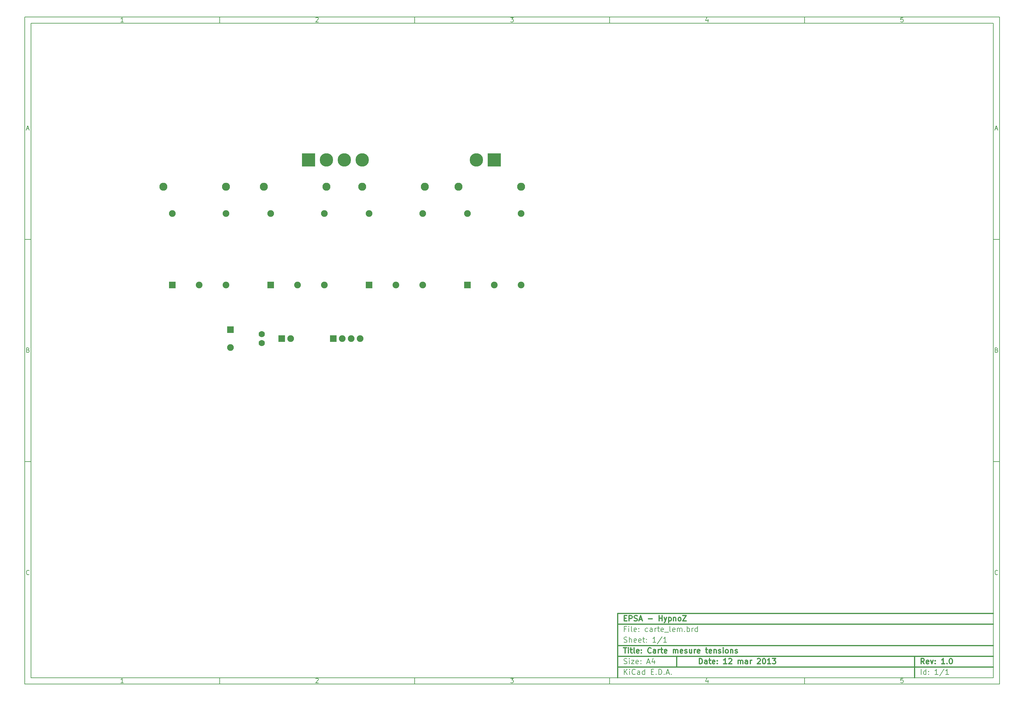
<source format=gtl>
G04 (created by PCBNEW-RS274X (2012-01-19 BZR 3256)-stable) date 12/03/2013 15:31:54*
G01*
G70*
G90*
%MOIN*%
G04 Gerber Fmt 3.4, Leading zero omitted, Abs format*
%FSLAX34Y34*%
G04 APERTURE LIST*
%ADD10C,0.006000*%
%ADD11C,0.012000*%
%ADD12R,0.075000X0.075000*%
%ADD13C,0.075000*%
%ADD14C,0.070000*%
%ADD15R,0.150000X0.150000*%
%ADD16C,0.150000*%
%ADD17C,0.090000*%
G04 APERTURE END LIST*
G54D10*
X04000Y-04000D02*
X113000Y-04000D01*
X113000Y-78670D01*
X04000Y-78670D01*
X04000Y-04000D01*
X04700Y-04700D02*
X112300Y-04700D01*
X112300Y-77970D01*
X04700Y-77970D01*
X04700Y-04700D01*
X25800Y-04000D02*
X25800Y-04700D01*
X15043Y-04552D02*
X14757Y-04552D01*
X14900Y-04552D02*
X14900Y-04052D01*
X14852Y-04124D01*
X14805Y-04171D01*
X14757Y-04195D01*
X25800Y-78670D02*
X25800Y-77970D01*
X15043Y-78522D02*
X14757Y-78522D01*
X14900Y-78522D02*
X14900Y-78022D01*
X14852Y-78094D01*
X14805Y-78141D01*
X14757Y-78165D01*
X47600Y-04000D02*
X47600Y-04700D01*
X36557Y-04100D02*
X36581Y-04076D01*
X36629Y-04052D01*
X36748Y-04052D01*
X36795Y-04076D01*
X36819Y-04100D01*
X36843Y-04148D01*
X36843Y-04195D01*
X36819Y-04267D01*
X36533Y-04552D01*
X36843Y-04552D01*
X47600Y-78670D02*
X47600Y-77970D01*
X36557Y-78070D02*
X36581Y-78046D01*
X36629Y-78022D01*
X36748Y-78022D01*
X36795Y-78046D01*
X36819Y-78070D01*
X36843Y-78118D01*
X36843Y-78165D01*
X36819Y-78237D01*
X36533Y-78522D01*
X36843Y-78522D01*
X69400Y-04000D02*
X69400Y-04700D01*
X58333Y-04052D02*
X58643Y-04052D01*
X58476Y-04243D01*
X58548Y-04243D01*
X58595Y-04267D01*
X58619Y-04290D01*
X58643Y-04338D01*
X58643Y-04457D01*
X58619Y-04505D01*
X58595Y-04529D01*
X58548Y-04552D01*
X58405Y-04552D01*
X58357Y-04529D01*
X58333Y-04505D01*
X69400Y-78670D02*
X69400Y-77970D01*
X58333Y-78022D02*
X58643Y-78022D01*
X58476Y-78213D01*
X58548Y-78213D01*
X58595Y-78237D01*
X58619Y-78260D01*
X58643Y-78308D01*
X58643Y-78427D01*
X58619Y-78475D01*
X58595Y-78499D01*
X58548Y-78522D01*
X58405Y-78522D01*
X58357Y-78499D01*
X58333Y-78475D01*
X91200Y-04000D02*
X91200Y-04700D01*
X80395Y-04219D02*
X80395Y-04552D01*
X80276Y-04029D02*
X80157Y-04386D01*
X80467Y-04386D01*
X91200Y-78670D02*
X91200Y-77970D01*
X80395Y-78189D02*
X80395Y-78522D01*
X80276Y-77999D02*
X80157Y-78356D01*
X80467Y-78356D01*
X102219Y-04052D02*
X101981Y-04052D01*
X101957Y-04290D01*
X101981Y-04267D01*
X102029Y-04243D01*
X102148Y-04243D01*
X102195Y-04267D01*
X102219Y-04290D01*
X102243Y-04338D01*
X102243Y-04457D01*
X102219Y-04505D01*
X102195Y-04529D01*
X102148Y-04552D01*
X102029Y-04552D01*
X101981Y-04529D01*
X101957Y-04505D01*
X102219Y-78022D02*
X101981Y-78022D01*
X101957Y-78260D01*
X101981Y-78237D01*
X102029Y-78213D01*
X102148Y-78213D01*
X102195Y-78237D01*
X102219Y-78260D01*
X102243Y-78308D01*
X102243Y-78427D01*
X102219Y-78475D01*
X102195Y-78499D01*
X102148Y-78522D01*
X102029Y-78522D01*
X101981Y-78499D01*
X101957Y-78475D01*
X04000Y-28890D02*
X04700Y-28890D01*
X04231Y-16510D02*
X04469Y-16510D01*
X04184Y-16652D02*
X04350Y-16152D01*
X04517Y-16652D01*
X113000Y-28890D02*
X112300Y-28890D01*
X112531Y-16510D02*
X112769Y-16510D01*
X112484Y-16652D02*
X112650Y-16152D01*
X112817Y-16652D01*
X04000Y-53780D02*
X04700Y-53780D01*
X04386Y-41280D02*
X04457Y-41304D01*
X04481Y-41328D01*
X04505Y-41376D01*
X04505Y-41447D01*
X04481Y-41495D01*
X04457Y-41519D01*
X04410Y-41542D01*
X04219Y-41542D01*
X04219Y-41042D01*
X04386Y-41042D01*
X04433Y-41066D01*
X04457Y-41090D01*
X04481Y-41138D01*
X04481Y-41185D01*
X04457Y-41233D01*
X04433Y-41257D01*
X04386Y-41280D01*
X04219Y-41280D01*
X113000Y-53780D02*
X112300Y-53780D01*
X112686Y-41280D02*
X112757Y-41304D01*
X112781Y-41328D01*
X112805Y-41376D01*
X112805Y-41447D01*
X112781Y-41495D01*
X112757Y-41519D01*
X112710Y-41542D01*
X112519Y-41542D01*
X112519Y-41042D01*
X112686Y-41042D01*
X112733Y-41066D01*
X112757Y-41090D01*
X112781Y-41138D01*
X112781Y-41185D01*
X112757Y-41233D01*
X112733Y-41257D01*
X112686Y-41280D01*
X112519Y-41280D01*
X04505Y-66385D02*
X04481Y-66409D01*
X04410Y-66432D01*
X04362Y-66432D01*
X04290Y-66409D01*
X04243Y-66361D01*
X04219Y-66313D01*
X04195Y-66218D01*
X04195Y-66147D01*
X04219Y-66051D01*
X04243Y-66004D01*
X04290Y-65956D01*
X04362Y-65932D01*
X04410Y-65932D01*
X04481Y-65956D01*
X04505Y-65980D01*
X112805Y-66385D02*
X112781Y-66409D01*
X112710Y-66432D01*
X112662Y-66432D01*
X112590Y-66409D01*
X112543Y-66361D01*
X112519Y-66313D01*
X112495Y-66218D01*
X112495Y-66147D01*
X112519Y-66051D01*
X112543Y-66004D01*
X112590Y-65956D01*
X112662Y-65932D01*
X112710Y-65932D01*
X112781Y-65956D01*
X112805Y-65980D01*
G54D11*
X79443Y-76413D02*
X79443Y-75813D01*
X79586Y-75813D01*
X79671Y-75841D01*
X79729Y-75899D01*
X79757Y-75956D01*
X79786Y-76070D01*
X79786Y-76156D01*
X79757Y-76270D01*
X79729Y-76327D01*
X79671Y-76384D01*
X79586Y-76413D01*
X79443Y-76413D01*
X80300Y-76413D02*
X80300Y-76099D01*
X80271Y-76041D01*
X80214Y-76013D01*
X80100Y-76013D01*
X80043Y-76041D01*
X80300Y-76384D02*
X80243Y-76413D01*
X80100Y-76413D01*
X80043Y-76384D01*
X80014Y-76327D01*
X80014Y-76270D01*
X80043Y-76213D01*
X80100Y-76184D01*
X80243Y-76184D01*
X80300Y-76156D01*
X80500Y-76013D02*
X80729Y-76013D01*
X80586Y-75813D02*
X80586Y-76327D01*
X80614Y-76384D01*
X80672Y-76413D01*
X80729Y-76413D01*
X81157Y-76384D02*
X81100Y-76413D01*
X80986Y-76413D01*
X80929Y-76384D01*
X80900Y-76327D01*
X80900Y-76099D01*
X80929Y-76041D01*
X80986Y-76013D01*
X81100Y-76013D01*
X81157Y-76041D01*
X81186Y-76099D01*
X81186Y-76156D01*
X80900Y-76213D01*
X81443Y-76356D02*
X81471Y-76384D01*
X81443Y-76413D01*
X81414Y-76384D01*
X81443Y-76356D01*
X81443Y-76413D01*
X81443Y-76041D02*
X81471Y-76070D01*
X81443Y-76099D01*
X81414Y-76070D01*
X81443Y-76041D01*
X81443Y-76099D01*
X82500Y-76413D02*
X82157Y-76413D01*
X82329Y-76413D02*
X82329Y-75813D01*
X82272Y-75899D01*
X82214Y-75956D01*
X82157Y-75984D01*
X82728Y-75870D02*
X82757Y-75841D01*
X82814Y-75813D01*
X82957Y-75813D01*
X83014Y-75841D01*
X83043Y-75870D01*
X83071Y-75927D01*
X83071Y-75984D01*
X83043Y-76070D01*
X82700Y-76413D01*
X83071Y-76413D01*
X83785Y-76413D02*
X83785Y-76013D01*
X83785Y-76070D02*
X83813Y-76041D01*
X83871Y-76013D01*
X83956Y-76013D01*
X84013Y-76041D01*
X84042Y-76099D01*
X84042Y-76413D01*
X84042Y-76099D02*
X84071Y-76041D01*
X84128Y-76013D01*
X84213Y-76013D01*
X84271Y-76041D01*
X84299Y-76099D01*
X84299Y-76413D01*
X84842Y-76413D02*
X84842Y-76099D01*
X84813Y-76041D01*
X84756Y-76013D01*
X84642Y-76013D01*
X84585Y-76041D01*
X84842Y-76384D02*
X84785Y-76413D01*
X84642Y-76413D01*
X84585Y-76384D01*
X84556Y-76327D01*
X84556Y-76270D01*
X84585Y-76213D01*
X84642Y-76184D01*
X84785Y-76184D01*
X84842Y-76156D01*
X85128Y-76413D02*
X85128Y-76013D01*
X85128Y-76127D02*
X85156Y-76070D01*
X85185Y-76041D01*
X85242Y-76013D01*
X85299Y-76013D01*
X85927Y-75870D02*
X85956Y-75841D01*
X86013Y-75813D01*
X86156Y-75813D01*
X86213Y-75841D01*
X86242Y-75870D01*
X86270Y-75927D01*
X86270Y-75984D01*
X86242Y-76070D01*
X85899Y-76413D01*
X86270Y-76413D01*
X86641Y-75813D02*
X86698Y-75813D01*
X86755Y-75841D01*
X86784Y-75870D01*
X86813Y-75927D01*
X86841Y-76041D01*
X86841Y-76184D01*
X86813Y-76299D01*
X86784Y-76356D01*
X86755Y-76384D01*
X86698Y-76413D01*
X86641Y-76413D01*
X86584Y-76384D01*
X86555Y-76356D01*
X86527Y-76299D01*
X86498Y-76184D01*
X86498Y-76041D01*
X86527Y-75927D01*
X86555Y-75870D01*
X86584Y-75841D01*
X86641Y-75813D01*
X87412Y-76413D02*
X87069Y-76413D01*
X87241Y-76413D02*
X87241Y-75813D01*
X87184Y-75899D01*
X87126Y-75956D01*
X87069Y-75984D01*
X87612Y-75813D02*
X87983Y-75813D01*
X87783Y-76041D01*
X87869Y-76041D01*
X87926Y-76070D01*
X87955Y-76099D01*
X87983Y-76156D01*
X87983Y-76299D01*
X87955Y-76356D01*
X87926Y-76384D01*
X87869Y-76413D01*
X87697Y-76413D01*
X87640Y-76384D01*
X87612Y-76356D01*
G54D10*
X71043Y-77613D02*
X71043Y-77013D01*
X71386Y-77613D02*
X71129Y-77270D01*
X71386Y-77013D02*
X71043Y-77356D01*
X71643Y-77613D02*
X71643Y-77213D01*
X71643Y-77013D02*
X71614Y-77041D01*
X71643Y-77070D01*
X71671Y-77041D01*
X71643Y-77013D01*
X71643Y-77070D01*
X72272Y-77556D02*
X72243Y-77584D01*
X72157Y-77613D01*
X72100Y-77613D01*
X72015Y-77584D01*
X71957Y-77527D01*
X71929Y-77470D01*
X71900Y-77356D01*
X71900Y-77270D01*
X71929Y-77156D01*
X71957Y-77099D01*
X72015Y-77041D01*
X72100Y-77013D01*
X72157Y-77013D01*
X72243Y-77041D01*
X72272Y-77070D01*
X72786Y-77613D02*
X72786Y-77299D01*
X72757Y-77241D01*
X72700Y-77213D01*
X72586Y-77213D01*
X72529Y-77241D01*
X72786Y-77584D02*
X72729Y-77613D01*
X72586Y-77613D01*
X72529Y-77584D01*
X72500Y-77527D01*
X72500Y-77470D01*
X72529Y-77413D01*
X72586Y-77384D01*
X72729Y-77384D01*
X72786Y-77356D01*
X73329Y-77613D02*
X73329Y-77013D01*
X73329Y-77584D02*
X73272Y-77613D01*
X73158Y-77613D01*
X73100Y-77584D01*
X73072Y-77556D01*
X73043Y-77499D01*
X73043Y-77327D01*
X73072Y-77270D01*
X73100Y-77241D01*
X73158Y-77213D01*
X73272Y-77213D01*
X73329Y-77241D01*
X74072Y-77299D02*
X74272Y-77299D01*
X74358Y-77613D02*
X74072Y-77613D01*
X74072Y-77013D01*
X74358Y-77013D01*
X74615Y-77556D02*
X74643Y-77584D01*
X74615Y-77613D01*
X74586Y-77584D01*
X74615Y-77556D01*
X74615Y-77613D01*
X74901Y-77613D02*
X74901Y-77013D01*
X75044Y-77013D01*
X75129Y-77041D01*
X75187Y-77099D01*
X75215Y-77156D01*
X75244Y-77270D01*
X75244Y-77356D01*
X75215Y-77470D01*
X75187Y-77527D01*
X75129Y-77584D01*
X75044Y-77613D01*
X74901Y-77613D01*
X75501Y-77556D02*
X75529Y-77584D01*
X75501Y-77613D01*
X75472Y-77584D01*
X75501Y-77556D01*
X75501Y-77613D01*
X75758Y-77441D02*
X76044Y-77441D01*
X75701Y-77613D02*
X75901Y-77013D01*
X76101Y-77613D01*
X76301Y-77556D02*
X76329Y-77584D01*
X76301Y-77613D01*
X76272Y-77584D01*
X76301Y-77556D01*
X76301Y-77613D01*
G54D11*
X104586Y-76413D02*
X104386Y-76127D01*
X104243Y-76413D02*
X104243Y-75813D01*
X104471Y-75813D01*
X104529Y-75841D01*
X104557Y-75870D01*
X104586Y-75927D01*
X104586Y-76013D01*
X104557Y-76070D01*
X104529Y-76099D01*
X104471Y-76127D01*
X104243Y-76127D01*
X105071Y-76384D02*
X105014Y-76413D01*
X104900Y-76413D01*
X104843Y-76384D01*
X104814Y-76327D01*
X104814Y-76099D01*
X104843Y-76041D01*
X104900Y-76013D01*
X105014Y-76013D01*
X105071Y-76041D01*
X105100Y-76099D01*
X105100Y-76156D01*
X104814Y-76213D01*
X105300Y-76013D02*
X105443Y-76413D01*
X105585Y-76013D01*
X105814Y-76356D02*
X105842Y-76384D01*
X105814Y-76413D01*
X105785Y-76384D01*
X105814Y-76356D01*
X105814Y-76413D01*
X105814Y-76041D02*
X105842Y-76070D01*
X105814Y-76099D01*
X105785Y-76070D01*
X105814Y-76041D01*
X105814Y-76099D01*
X106871Y-76413D02*
X106528Y-76413D01*
X106700Y-76413D02*
X106700Y-75813D01*
X106643Y-75899D01*
X106585Y-75956D01*
X106528Y-75984D01*
X107128Y-76356D02*
X107156Y-76384D01*
X107128Y-76413D01*
X107099Y-76384D01*
X107128Y-76356D01*
X107128Y-76413D01*
X107528Y-75813D02*
X107585Y-75813D01*
X107642Y-75841D01*
X107671Y-75870D01*
X107700Y-75927D01*
X107728Y-76041D01*
X107728Y-76184D01*
X107700Y-76299D01*
X107671Y-76356D01*
X107642Y-76384D01*
X107585Y-76413D01*
X107528Y-76413D01*
X107471Y-76384D01*
X107442Y-76356D01*
X107414Y-76299D01*
X107385Y-76184D01*
X107385Y-76041D01*
X107414Y-75927D01*
X107442Y-75870D01*
X107471Y-75841D01*
X107528Y-75813D01*
G54D10*
X71014Y-76384D02*
X71100Y-76413D01*
X71243Y-76413D01*
X71300Y-76384D01*
X71329Y-76356D01*
X71357Y-76299D01*
X71357Y-76241D01*
X71329Y-76184D01*
X71300Y-76156D01*
X71243Y-76127D01*
X71129Y-76099D01*
X71071Y-76070D01*
X71043Y-76041D01*
X71014Y-75984D01*
X71014Y-75927D01*
X71043Y-75870D01*
X71071Y-75841D01*
X71129Y-75813D01*
X71271Y-75813D01*
X71357Y-75841D01*
X71614Y-76413D02*
X71614Y-76013D01*
X71614Y-75813D02*
X71585Y-75841D01*
X71614Y-75870D01*
X71642Y-75841D01*
X71614Y-75813D01*
X71614Y-75870D01*
X71843Y-76013D02*
X72157Y-76013D01*
X71843Y-76413D01*
X72157Y-76413D01*
X72614Y-76384D02*
X72557Y-76413D01*
X72443Y-76413D01*
X72386Y-76384D01*
X72357Y-76327D01*
X72357Y-76099D01*
X72386Y-76041D01*
X72443Y-76013D01*
X72557Y-76013D01*
X72614Y-76041D01*
X72643Y-76099D01*
X72643Y-76156D01*
X72357Y-76213D01*
X72900Y-76356D02*
X72928Y-76384D01*
X72900Y-76413D01*
X72871Y-76384D01*
X72900Y-76356D01*
X72900Y-76413D01*
X72900Y-76041D02*
X72928Y-76070D01*
X72900Y-76099D01*
X72871Y-76070D01*
X72900Y-76041D01*
X72900Y-76099D01*
X73614Y-76241D02*
X73900Y-76241D01*
X73557Y-76413D02*
X73757Y-75813D01*
X73957Y-76413D01*
X74414Y-76013D02*
X74414Y-76413D01*
X74271Y-75784D02*
X74128Y-76213D01*
X74500Y-76213D01*
X104243Y-77613D02*
X104243Y-77013D01*
X104786Y-77613D02*
X104786Y-77013D01*
X104786Y-77584D02*
X104729Y-77613D01*
X104615Y-77613D01*
X104557Y-77584D01*
X104529Y-77556D01*
X104500Y-77499D01*
X104500Y-77327D01*
X104529Y-77270D01*
X104557Y-77241D01*
X104615Y-77213D01*
X104729Y-77213D01*
X104786Y-77241D01*
X105072Y-77556D02*
X105100Y-77584D01*
X105072Y-77613D01*
X105043Y-77584D01*
X105072Y-77556D01*
X105072Y-77613D01*
X105072Y-77241D02*
X105100Y-77270D01*
X105072Y-77299D01*
X105043Y-77270D01*
X105072Y-77241D01*
X105072Y-77299D01*
X106129Y-77613D02*
X105786Y-77613D01*
X105958Y-77613D02*
X105958Y-77013D01*
X105901Y-77099D01*
X105843Y-77156D01*
X105786Y-77184D01*
X106814Y-76984D02*
X106300Y-77756D01*
X107329Y-77613D02*
X106986Y-77613D01*
X107158Y-77613D02*
X107158Y-77013D01*
X107101Y-77099D01*
X107043Y-77156D01*
X106986Y-77184D01*
G54D11*
X70957Y-74613D02*
X71300Y-74613D01*
X71129Y-75213D02*
X71129Y-74613D01*
X71500Y-75213D02*
X71500Y-74813D01*
X71500Y-74613D02*
X71471Y-74641D01*
X71500Y-74670D01*
X71528Y-74641D01*
X71500Y-74613D01*
X71500Y-74670D01*
X71700Y-74813D02*
X71929Y-74813D01*
X71786Y-74613D02*
X71786Y-75127D01*
X71814Y-75184D01*
X71872Y-75213D01*
X71929Y-75213D01*
X72215Y-75213D02*
X72157Y-75184D01*
X72129Y-75127D01*
X72129Y-74613D01*
X72671Y-75184D02*
X72614Y-75213D01*
X72500Y-75213D01*
X72443Y-75184D01*
X72414Y-75127D01*
X72414Y-74899D01*
X72443Y-74841D01*
X72500Y-74813D01*
X72614Y-74813D01*
X72671Y-74841D01*
X72700Y-74899D01*
X72700Y-74956D01*
X72414Y-75013D01*
X72957Y-75156D02*
X72985Y-75184D01*
X72957Y-75213D01*
X72928Y-75184D01*
X72957Y-75156D01*
X72957Y-75213D01*
X72957Y-74841D02*
X72985Y-74870D01*
X72957Y-74899D01*
X72928Y-74870D01*
X72957Y-74841D01*
X72957Y-74899D01*
X74043Y-75156D02*
X74014Y-75184D01*
X73928Y-75213D01*
X73871Y-75213D01*
X73786Y-75184D01*
X73728Y-75127D01*
X73700Y-75070D01*
X73671Y-74956D01*
X73671Y-74870D01*
X73700Y-74756D01*
X73728Y-74699D01*
X73786Y-74641D01*
X73871Y-74613D01*
X73928Y-74613D01*
X74014Y-74641D01*
X74043Y-74670D01*
X74557Y-75213D02*
X74557Y-74899D01*
X74528Y-74841D01*
X74471Y-74813D01*
X74357Y-74813D01*
X74300Y-74841D01*
X74557Y-75184D02*
X74500Y-75213D01*
X74357Y-75213D01*
X74300Y-75184D01*
X74271Y-75127D01*
X74271Y-75070D01*
X74300Y-75013D01*
X74357Y-74984D01*
X74500Y-74984D01*
X74557Y-74956D01*
X74843Y-75213D02*
X74843Y-74813D01*
X74843Y-74927D02*
X74871Y-74870D01*
X74900Y-74841D01*
X74957Y-74813D01*
X75014Y-74813D01*
X75128Y-74813D02*
X75357Y-74813D01*
X75214Y-74613D02*
X75214Y-75127D01*
X75242Y-75184D01*
X75300Y-75213D01*
X75357Y-75213D01*
X75785Y-75184D02*
X75728Y-75213D01*
X75614Y-75213D01*
X75557Y-75184D01*
X75528Y-75127D01*
X75528Y-74899D01*
X75557Y-74841D01*
X75614Y-74813D01*
X75728Y-74813D01*
X75785Y-74841D01*
X75814Y-74899D01*
X75814Y-74956D01*
X75528Y-75013D01*
X76528Y-75213D02*
X76528Y-74813D01*
X76528Y-74870D02*
X76556Y-74841D01*
X76614Y-74813D01*
X76699Y-74813D01*
X76756Y-74841D01*
X76785Y-74899D01*
X76785Y-75213D01*
X76785Y-74899D02*
X76814Y-74841D01*
X76871Y-74813D01*
X76956Y-74813D01*
X77014Y-74841D01*
X77042Y-74899D01*
X77042Y-75213D01*
X77556Y-75184D02*
X77499Y-75213D01*
X77385Y-75213D01*
X77328Y-75184D01*
X77299Y-75127D01*
X77299Y-74899D01*
X77328Y-74841D01*
X77385Y-74813D01*
X77499Y-74813D01*
X77556Y-74841D01*
X77585Y-74899D01*
X77585Y-74956D01*
X77299Y-75013D01*
X77813Y-75184D02*
X77870Y-75213D01*
X77985Y-75213D01*
X78042Y-75184D01*
X78070Y-75127D01*
X78070Y-75099D01*
X78042Y-75041D01*
X77985Y-75013D01*
X77899Y-75013D01*
X77842Y-74984D01*
X77813Y-74927D01*
X77813Y-74899D01*
X77842Y-74841D01*
X77899Y-74813D01*
X77985Y-74813D01*
X78042Y-74841D01*
X78585Y-74813D02*
X78585Y-75213D01*
X78328Y-74813D02*
X78328Y-75127D01*
X78356Y-75184D01*
X78414Y-75213D01*
X78499Y-75213D01*
X78556Y-75184D01*
X78585Y-75156D01*
X78871Y-75213D02*
X78871Y-74813D01*
X78871Y-74927D02*
X78899Y-74870D01*
X78928Y-74841D01*
X78985Y-74813D01*
X79042Y-74813D01*
X79470Y-75184D02*
X79413Y-75213D01*
X79299Y-75213D01*
X79242Y-75184D01*
X79213Y-75127D01*
X79213Y-74899D01*
X79242Y-74841D01*
X79299Y-74813D01*
X79413Y-74813D01*
X79470Y-74841D01*
X79499Y-74899D01*
X79499Y-74956D01*
X79213Y-75013D01*
X80127Y-74813D02*
X80356Y-74813D01*
X80213Y-74613D02*
X80213Y-75127D01*
X80241Y-75184D01*
X80299Y-75213D01*
X80356Y-75213D01*
X80784Y-75184D02*
X80727Y-75213D01*
X80613Y-75213D01*
X80556Y-75184D01*
X80527Y-75127D01*
X80527Y-74899D01*
X80556Y-74841D01*
X80613Y-74813D01*
X80727Y-74813D01*
X80784Y-74841D01*
X80813Y-74899D01*
X80813Y-74956D01*
X80527Y-75013D01*
X81070Y-74813D02*
X81070Y-75213D01*
X81070Y-74870D02*
X81098Y-74841D01*
X81156Y-74813D01*
X81241Y-74813D01*
X81298Y-74841D01*
X81327Y-74899D01*
X81327Y-75213D01*
X81584Y-75184D02*
X81641Y-75213D01*
X81756Y-75213D01*
X81813Y-75184D01*
X81841Y-75127D01*
X81841Y-75099D01*
X81813Y-75041D01*
X81756Y-75013D01*
X81670Y-75013D01*
X81613Y-74984D01*
X81584Y-74927D01*
X81584Y-74899D01*
X81613Y-74841D01*
X81670Y-74813D01*
X81756Y-74813D01*
X81813Y-74841D01*
X82099Y-75213D02*
X82099Y-74813D01*
X82099Y-74613D02*
X82070Y-74641D01*
X82099Y-74670D01*
X82127Y-74641D01*
X82099Y-74613D01*
X82099Y-74670D01*
X82471Y-75213D02*
X82413Y-75184D01*
X82385Y-75156D01*
X82356Y-75099D01*
X82356Y-74927D01*
X82385Y-74870D01*
X82413Y-74841D01*
X82471Y-74813D01*
X82556Y-74813D01*
X82613Y-74841D01*
X82642Y-74870D01*
X82671Y-74927D01*
X82671Y-75099D01*
X82642Y-75156D01*
X82613Y-75184D01*
X82556Y-75213D01*
X82471Y-75213D01*
X82928Y-74813D02*
X82928Y-75213D01*
X82928Y-74870D02*
X82956Y-74841D01*
X83014Y-74813D01*
X83099Y-74813D01*
X83156Y-74841D01*
X83185Y-74899D01*
X83185Y-75213D01*
X83442Y-75184D02*
X83499Y-75213D01*
X83614Y-75213D01*
X83671Y-75184D01*
X83699Y-75127D01*
X83699Y-75099D01*
X83671Y-75041D01*
X83614Y-75013D01*
X83528Y-75013D01*
X83471Y-74984D01*
X83442Y-74927D01*
X83442Y-74899D01*
X83471Y-74841D01*
X83528Y-74813D01*
X83614Y-74813D01*
X83671Y-74841D01*
G54D10*
X71243Y-72499D02*
X71043Y-72499D01*
X71043Y-72813D02*
X71043Y-72213D01*
X71329Y-72213D01*
X71557Y-72813D02*
X71557Y-72413D01*
X71557Y-72213D02*
X71528Y-72241D01*
X71557Y-72270D01*
X71585Y-72241D01*
X71557Y-72213D01*
X71557Y-72270D01*
X71929Y-72813D02*
X71871Y-72784D01*
X71843Y-72727D01*
X71843Y-72213D01*
X72385Y-72784D02*
X72328Y-72813D01*
X72214Y-72813D01*
X72157Y-72784D01*
X72128Y-72727D01*
X72128Y-72499D01*
X72157Y-72441D01*
X72214Y-72413D01*
X72328Y-72413D01*
X72385Y-72441D01*
X72414Y-72499D01*
X72414Y-72556D01*
X72128Y-72613D01*
X72671Y-72756D02*
X72699Y-72784D01*
X72671Y-72813D01*
X72642Y-72784D01*
X72671Y-72756D01*
X72671Y-72813D01*
X72671Y-72441D02*
X72699Y-72470D01*
X72671Y-72499D01*
X72642Y-72470D01*
X72671Y-72441D01*
X72671Y-72499D01*
X73671Y-72784D02*
X73614Y-72813D01*
X73500Y-72813D01*
X73442Y-72784D01*
X73414Y-72756D01*
X73385Y-72699D01*
X73385Y-72527D01*
X73414Y-72470D01*
X73442Y-72441D01*
X73500Y-72413D01*
X73614Y-72413D01*
X73671Y-72441D01*
X74185Y-72813D02*
X74185Y-72499D01*
X74156Y-72441D01*
X74099Y-72413D01*
X73985Y-72413D01*
X73928Y-72441D01*
X74185Y-72784D02*
X74128Y-72813D01*
X73985Y-72813D01*
X73928Y-72784D01*
X73899Y-72727D01*
X73899Y-72670D01*
X73928Y-72613D01*
X73985Y-72584D01*
X74128Y-72584D01*
X74185Y-72556D01*
X74471Y-72813D02*
X74471Y-72413D01*
X74471Y-72527D02*
X74499Y-72470D01*
X74528Y-72441D01*
X74585Y-72413D01*
X74642Y-72413D01*
X74756Y-72413D02*
X74985Y-72413D01*
X74842Y-72213D02*
X74842Y-72727D01*
X74870Y-72784D01*
X74928Y-72813D01*
X74985Y-72813D01*
X75413Y-72784D02*
X75356Y-72813D01*
X75242Y-72813D01*
X75185Y-72784D01*
X75156Y-72727D01*
X75156Y-72499D01*
X75185Y-72441D01*
X75242Y-72413D01*
X75356Y-72413D01*
X75413Y-72441D01*
X75442Y-72499D01*
X75442Y-72556D01*
X75156Y-72613D01*
X75556Y-72870D02*
X76013Y-72870D01*
X76242Y-72813D02*
X76184Y-72784D01*
X76156Y-72727D01*
X76156Y-72213D01*
X76698Y-72784D02*
X76641Y-72813D01*
X76527Y-72813D01*
X76470Y-72784D01*
X76441Y-72727D01*
X76441Y-72499D01*
X76470Y-72441D01*
X76527Y-72413D01*
X76641Y-72413D01*
X76698Y-72441D01*
X76727Y-72499D01*
X76727Y-72556D01*
X76441Y-72613D01*
X76984Y-72813D02*
X76984Y-72413D01*
X76984Y-72470D02*
X77012Y-72441D01*
X77070Y-72413D01*
X77155Y-72413D01*
X77212Y-72441D01*
X77241Y-72499D01*
X77241Y-72813D01*
X77241Y-72499D02*
X77270Y-72441D01*
X77327Y-72413D01*
X77412Y-72413D01*
X77470Y-72441D01*
X77498Y-72499D01*
X77498Y-72813D01*
X77784Y-72756D02*
X77812Y-72784D01*
X77784Y-72813D01*
X77755Y-72784D01*
X77784Y-72756D01*
X77784Y-72813D01*
X78070Y-72813D02*
X78070Y-72213D01*
X78070Y-72441D02*
X78127Y-72413D01*
X78241Y-72413D01*
X78298Y-72441D01*
X78327Y-72470D01*
X78356Y-72527D01*
X78356Y-72699D01*
X78327Y-72756D01*
X78298Y-72784D01*
X78241Y-72813D01*
X78127Y-72813D01*
X78070Y-72784D01*
X78613Y-72813D02*
X78613Y-72413D01*
X78613Y-72527D02*
X78641Y-72470D01*
X78670Y-72441D01*
X78727Y-72413D01*
X78784Y-72413D01*
X79241Y-72813D02*
X79241Y-72213D01*
X79241Y-72784D02*
X79184Y-72813D01*
X79070Y-72813D01*
X79012Y-72784D01*
X78984Y-72756D01*
X78955Y-72699D01*
X78955Y-72527D01*
X78984Y-72470D01*
X79012Y-72441D01*
X79070Y-72413D01*
X79184Y-72413D01*
X79241Y-72441D01*
X71014Y-73984D02*
X71100Y-74013D01*
X71243Y-74013D01*
X71300Y-73984D01*
X71329Y-73956D01*
X71357Y-73899D01*
X71357Y-73841D01*
X71329Y-73784D01*
X71300Y-73756D01*
X71243Y-73727D01*
X71129Y-73699D01*
X71071Y-73670D01*
X71043Y-73641D01*
X71014Y-73584D01*
X71014Y-73527D01*
X71043Y-73470D01*
X71071Y-73441D01*
X71129Y-73413D01*
X71271Y-73413D01*
X71357Y-73441D01*
X71614Y-74013D02*
X71614Y-73413D01*
X71871Y-74013D02*
X71871Y-73699D01*
X71842Y-73641D01*
X71785Y-73613D01*
X71700Y-73613D01*
X71642Y-73641D01*
X71614Y-73670D01*
X72385Y-73984D02*
X72328Y-74013D01*
X72214Y-74013D01*
X72157Y-73984D01*
X72128Y-73927D01*
X72128Y-73699D01*
X72157Y-73641D01*
X72214Y-73613D01*
X72328Y-73613D01*
X72385Y-73641D01*
X72414Y-73699D01*
X72414Y-73756D01*
X72128Y-73813D01*
X72899Y-73984D02*
X72842Y-74013D01*
X72728Y-74013D01*
X72671Y-73984D01*
X72642Y-73927D01*
X72642Y-73699D01*
X72671Y-73641D01*
X72728Y-73613D01*
X72842Y-73613D01*
X72899Y-73641D01*
X72928Y-73699D01*
X72928Y-73756D01*
X72642Y-73813D01*
X73099Y-73613D02*
X73328Y-73613D01*
X73185Y-73413D02*
X73185Y-73927D01*
X73213Y-73984D01*
X73271Y-74013D01*
X73328Y-74013D01*
X73528Y-73956D02*
X73556Y-73984D01*
X73528Y-74013D01*
X73499Y-73984D01*
X73528Y-73956D01*
X73528Y-74013D01*
X73528Y-73641D02*
X73556Y-73670D01*
X73528Y-73699D01*
X73499Y-73670D01*
X73528Y-73641D01*
X73528Y-73699D01*
X74585Y-74013D02*
X74242Y-74013D01*
X74414Y-74013D02*
X74414Y-73413D01*
X74357Y-73499D01*
X74299Y-73556D01*
X74242Y-73584D01*
X75270Y-73384D02*
X74756Y-74156D01*
X75785Y-74013D02*
X75442Y-74013D01*
X75614Y-74013D02*
X75614Y-73413D01*
X75557Y-73499D01*
X75499Y-73556D01*
X75442Y-73584D01*
G54D11*
X71043Y-71299D02*
X71243Y-71299D01*
X71329Y-71613D02*
X71043Y-71613D01*
X71043Y-71013D01*
X71329Y-71013D01*
X71586Y-71613D02*
X71586Y-71013D01*
X71814Y-71013D01*
X71872Y-71041D01*
X71900Y-71070D01*
X71929Y-71127D01*
X71929Y-71213D01*
X71900Y-71270D01*
X71872Y-71299D01*
X71814Y-71327D01*
X71586Y-71327D01*
X72157Y-71584D02*
X72243Y-71613D01*
X72386Y-71613D01*
X72443Y-71584D01*
X72472Y-71556D01*
X72500Y-71499D01*
X72500Y-71441D01*
X72472Y-71384D01*
X72443Y-71356D01*
X72386Y-71327D01*
X72272Y-71299D01*
X72214Y-71270D01*
X72186Y-71241D01*
X72157Y-71184D01*
X72157Y-71127D01*
X72186Y-71070D01*
X72214Y-71041D01*
X72272Y-71013D01*
X72414Y-71013D01*
X72500Y-71041D01*
X72728Y-71441D02*
X73014Y-71441D01*
X72671Y-71613D02*
X72871Y-71013D01*
X73071Y-71613D01*
X73728Y-71384D02*
X74185Y-71384D01*
X74928Y-71613D02*
X74928Y-71013D01*
X74928Y-71299D02*
X75271Y-71299D01*
X75271Y-71613D02*
X75271Y-71013D01*
X75500Y-71213D02*
X75643Y-71613D01*
X75785Y-71213D02*
X75643Y-71613D01*
X75585Y-71756D01*
X75557Y-71784D01*
X75500Y-71813D01*
X76014Y-71213D02*
X76014Y-71813D01*
X76014Y-71241D02*
X76071Y-71213D01*
X76185Y-71213D01*
X76242Y-71241D01*
X76271Y-71270D01*
X76300Y-71327D01*
X76300Y-71499D01*
X76271Y-71556D01*
X76242Y-71584D01*
X76185Y-71613D01*
X76071Y-71613D01*
X76014Y-71584D01*
X76557Y-71213D02*
X76557Y-71613D01*
X76557Y-71270D02*
X76585Y-71241D01*
X76643Y-71213D01*
X76728Y-71213D01*
X76785Y-71241D01*
X76814Y-71299D01*
X76814Y-71613D01*
X77186Y-71613D02*
X77128Y-71584D01*
X77100Y-71556D01*
X77071Y-71499D01*
X77071Y-71327D01*
X77100Y-71270D01*
X77128Y-71241D01*
X77186Y-71213D01*
X77271Y-71213D01*
X77328Y-71241D01*
X77357Y-71270D01*
X77386Y-71327D01*
X77386Y-71499D01*
X77357Y-71556D01*
X77328Y-71584D01*
X77271Y-71613D01*
X77186Y-71613D01*
X77586Y-71013D02*
X77986Y-71013D01*
X77586Y-71613D01*
X77986Y-71613D01*
X70300Y-70770D02*
X70300Y-77970D01*
X70300Y-71970D02*
X112300Y-71970D01*
X70300Y-70770D02*
X112300Y-70770D01*
X70300Y-74370D02*
X112300Y-74370D01*
X103500Y-75570D02*
X103500Y-77970D01*
X70300Y-76770D02*
X112300Y-76770D01*
X70300Y-75570D02*
X112300Y-75570D01*
X76900Y-75570D02*
X76900Y-76770D01*
G54D12*
X32750Y-40000D03*
G54D13*
X33750Y-40000D03*
X48500Y-26000D03*
X42500Y-26000D03*
X48500Y-34000D03*
X45500Y-34000D03*
G54D12*
X42500Y-34000D03*
G54D13*
X37500Y-26000D03*
X31500Y-26000D03*
X37500Y-34000D03*
X34500Y-34000D03*
G54D12*
X31500Y-34000D03*
G54D13*
X59500Y-26000D03*
X53500Y-26000D03*
X59500Y-34000D03*
X56500Y-34000D03*
G54D12*
X53500Y-34000D03*
G54D13*
X26500Y-26000D03*
X20500Y-26000D03*
X26500Y-34000D03*
X23500Y-34000D03*
G54D12*
X20500Y-34000D03*
G54D14*
X30500Y-39500D03*
X30500Y-40500D03*
G54D12*
X27000Y-39000D03*
G54D13*
X27000Y-41000D03*
X41500Y-40000D03*
X40500Y-40000D03*
G54D12*
X38500Y-40000D03*
G54D13*
X39500Y-40000D03*
G54D15*
X56500Y-20000D03*
G54D16*
X54500Y-20000D03*
G54D17*
X26500Y-23000D03*
X19500Y-23000D03*
X37750Y-23000D03*
X30750Y-23000D03*
X48750Y-23000D03*
X41750Y-23000D03*
X59500Y-23000D03*
X52500Y-23000D03*
G54D16*
X37750Y-20000D03*
X39750Y-20000D03*
G54D15*
X35750Y-20000D03*
G54D16*
X41750Y-20000D03*
M02*

</source>
